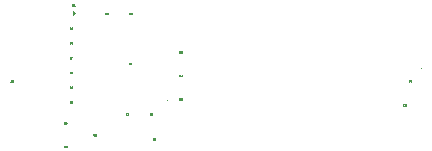
<source format=gto>
G04*
G04 #@! TF.GenerationSoftware,Altium Limited,Altium Designer,25.1.2 (22)*
G04*
G04 Layer_Color=65535*
%FSLAX44Y44*%
%MOMM*%
G71*
G04*
G04 #@! TF.SameCoordinates,E3DFA4F9-DD02-4CCE-B99A-3B4F6649CBA6*
G04*
G04*
G04 #@! TF.FilePolarity,Positive*
G04*
G01*
G75*
%ADD10C,0.1000*%
%ADD11C,0.0200*%
G36*
X91250Y129750D02*
X93750Y127500D01*
X91250Y125250D01*
Y129750D01*
D02*
G37*
D10*
X386500Y81000D02*
G03*
X386500Y81000I-500J0D01*
G01*
X171500Y54000D02*
G03*
X171500Y54000I-500J0D01*
G01*
D11*
X181356Y74168D02*
Y75668D01*
X182106D01*
X182356Y75418D01*
Y74918D01*
X182106Y74668D01*
X181356D01*
X181856D02*
X182356Y74168D01*
X183605D02*
Y75668D01*
X182855Y74918D01*
X183855D01*
X88646Y114300D02*
Y115800D01*
X89396D01*
X89646Y115550D01*
Y115050D01*
X89396Y114800D01*
X88646D01*
X89146D02*
X89646Y114300D01*
X91145D02*
X90146D01*
X91145Y115300D01*
Y115550D01*
X90895Y115800D01*
X90395D01*
X90146Y115550D01*
X91000Y135750D02*
Y134250D01*
X91750D01*
X92000Y134500D01*
Y135500D01*
X91750Y135750D01*
X91000D01*
X92500Y134250D02*
X93000D01*
X92750D01*
Y135750D01*
X92500Y135500D01*
X372348Y50526D02*
X372098Y50775D01*
X371598D01*
X371348Y50526D01*
Y49526D01*
X371598Y49276D01*
X372098D01*
X372348Y49526D01*
X373847Y50775D02*
X373347Y50526D01*
X372848Y50026D01*
Y49526D01*
X373097Y49276D01*
X373597D01*
X373847Y49526D01*
Y49776D01*
X373597Y50026D01*
X372848D01*
X137398Y42906D02*
X137148Y43155D01*
X136648D01*
X136398Y42906D01*
Y41906D01*
X136648Y41656D01*
X137148D01*
X137398Y41906D01*
X137898Y41656D02*
X138397D01*
X138147D01*
Y43155D01*
X137898Y42906D01*
X139684Y127996D02*
X139434Y128245D01*
X138934D01*
X138684Y127996D01*
Y126996D01*
X138934Y126746D01*
X139434D01*
X139684Y126996D01*
X141183Y126746D02*
X140183D01*
X141183Y127746D01*
Y127996D01*
X140933Y128245D01*
X140433D01*
X140183Y127996D01*
X119872D02*
X119622Y128245D01*
X119122D01*
X118872Y127996D01*
Y126996D01*
X119122Y126746D01*
X119622D01*
X119872Y126996D01*
X120372Y127996D02*
X120621Y128245D01*
X121121D01*
X121371Y127996D01*
Y127746D01*
X121121Y127496D01*
X120871D01*
X121121D01*
X121371Y127246D01*
Y126996D01*
X121121Y126746D01*
X120621D01*
X120372Y126996D01*
X84820Y35540D02*
X84570Y35789D01*
X84070D01*
X83820Y35540D01*
Y34540D01*
X84070Y34290D01*
X84570D01*
X84820Y34540D01*
X86069Y34290D02*
Y35789D01*
X85319Y35040D01*
X86319D01*
X84820Y15474D02*
X84570Y15724D01*
X84070D01*
X83820Y15474D01*
Y14474D01*
X84070Y14224D01*
X84570D01*
X84820Y14474D01*
X86319Y15724D02*
X85319D01*
Y14974D01*
X85819Y15224D01*
X86069D01*
X86319Y14974D01*
Y14474D01*
X86069Y14224D01*
X85569D01*
X85319Y14474D01*
X88646Y78208D02*
Y76708D01*
X89396D01*
X89646Y76958D01*
Y77958D01*
X89396Y78208D01*
X88646D01*
X91145Y76708D02*
X90146D01*
X91145Y77708D01*
Y77958D01*
X90895Y78208D01*
X90395D01*
X90146Y77958D01*
X88646Y65761D02*
Y64262D01*
X89396D01*
X89646Y64512D01*
Y65512D01*
X89396Y65761D01*
X88646D01*
X90146Y65512D02*
X90395Y65761D01*
X90895D01*
X91145Y65512D01*
Y65262D01*
X90895Y65012D01*
X90645D01*
X90895D01*
X91145Y64762D01*
Y64512D01*
X90895Y64262D01*
X90395D01*
X90146Y64512D01*
X88646Y103354D02*
Y101854D01*
X89396D01*
X89646Y102104D01*
Y103104D01*
X89396Y103354D01*
X88646D01*
X90895Y101854D02*
Y103354D01*
X90146Y102604D01*
X91145D01*
X160004Y22074D02*
X159504D01*
X159754D01*
Y20824D01*
X159504Y20574D01*
X159254D01*
X159004Y20824D01*
X160504Y20574D02*
X161003D01*
X160753D01*
Y22074D01*
X160504Y21824D01*
X39608Y70841D02*
X39108D01*
X39358D01*
Y69592D01*
X39108Y69342D01*
X38858D01*
X38608Y69592D01*
X41107Y69342D02*
X40107D01*
X41107Y70342D01*
Y70592D01*
X40857Y70841D01*
X40357D01*
X40107Y70592D01*
X156464Y41656D02*
Y43155D01*
X157214D01*
X157464Y42906D01*
Y42406D01*
X157214Y42156D01*
X156464D01*
X156964D02*
X157464Y41656D01*
X157963D02*
X158463D01*
X158213D01*
Y43155D01*
X157963Y42906D01*
X181356Y94234D02*
Y95733D01*
X182106D01*
X182356Y95484D01*
Y94984D01*
X182106Y94734D01*
X181356D01*
X181856D02*
X182356Y94234D01*
X183855Y95733D02*
X182855D01*
Y94984D01*
X183355Y95234D01*
X183605D01*
X183855Y94984D01*
Y94484D01*
X183605Y94234D01*
X183105D01*
X182855Y94484D01*
X88646Y51816D02*
Y53316D01*
X89396D01*
X89646Y53066D01*
Y52566D01*
X89396Y52316D01*
X88646D01*
X89146D02*
X89646Y51816D01*
X91145Y53316D02*
X90645Y53066D01*
X90146Y52566D01*
Y52066D01*
X90395Y51816D01*
X90895D01*
X91145Y52066D01*
Y52316D01*
X90895Y52566D01*
X90146D01*
X88646Y89154D02*
Y90653D01*
X89396D01*
X89646Y90404D01*
Y89904D01*
X89396Y89654D01*
X88646D01*
X89146D02*
X89646Y89154D01*
X90146Y90653D02*
X91145D01*
Y90404D01*
X90146Y89404D01*
Y89154D01*
X138938Y85828D02*
Y84578D01*
X139188Y84328D01*
X139688D01*
X139938Y84578D01*
Y85828D01*
X140437Y84328D02*
X140937D01*
X140687D01*
Y85828D01*
X140437Y85578D01*
X108712Y25629D02*
Y24380D01*
X108962Y24130D01*
X109462D01*
X109712Y24380D01*
Y25629D01*
X111211Y24130D02*
X110211D01*
X111211Y25130D01*
Y25380D01*
X110961Y25629D01*
X110461D01*
X110211Y25380D01*
X375666Y71350D02*
Y70100D01*
X375916Y69850D01*
X376416D01*
X376666Y70100D01*
Y71350D01*
X377165Y71100D02*
X377415Y71350D01*
X377915D01*
X378165Y71100D01*
Y70850D01*
X377915Y70600D01*
X377665D01*
X377915D01*
X378165Y70350D01*
Y70100D01*
X377915Y69850D01*
X377415D01*
X377165Y70100D01*
X181356Y54356D02*
Y55855D01*
X182106D01*
X182356Y55606D01*
Y55106D01*
X182106Y54856D01*
X181356D01*
X181856D02*
X182356Y54356D01*
X182855Y55606D02*
X183105Y55855D01*
X183605D01*
X183855Y55606D01*
Y55356D01*
X183605Y55106D01*
X183355D01*
X183605D01*
X183855Y54856D01*
Y54606D01*
X183605Y54356D01*
X183105D01*
X182855Y54606D01*
M02*

</source>
